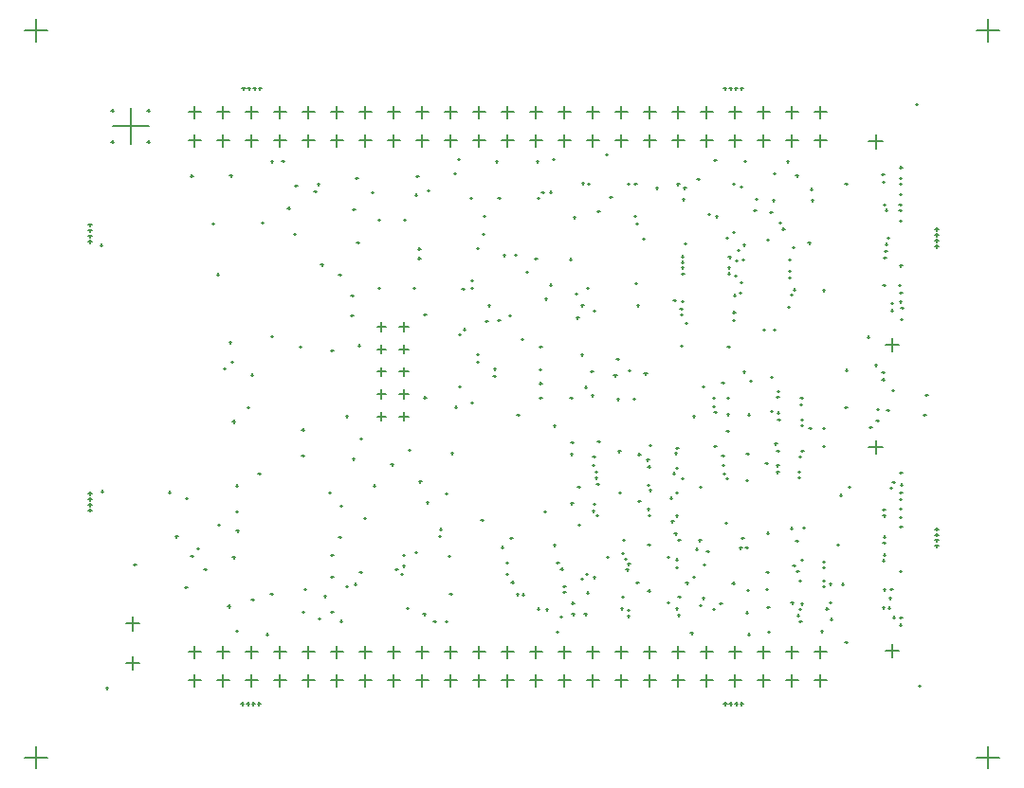
<source format=gbr>
%TF.GenerationSoftware,Altium Limited,Altium Designer,25.3.3 (18)*%
G04 Layer_Color=128*
%FSLAX45Y45*%
%MOMM*%
%TF.SameCoordinates,95E4F6BA-DA47-4B25-BB43-2529A7C35442*%
%TF.FilePolarity,Positive*%
%TF.FileFunction,Drillmap*%
%TF.Part,CustomerPanel*%
G01*
G75*
%TA.AperFunction,NonConductor*%
%ADD686C,0.12700*%
D686*
X966389Y5159417D02*
X996389D01*
X981389Y5144417D02*
Y5174417D01*
X966389Y5209417D02*
X996389D01*
X981389Y5194417D02*
Y5224417D01*
X966389Y5259417D02*
X996389D01*
X981389Y5244417D02*
Y5274417D01*
X966389Y5109417D02*
X996389D01*
X981389Y5094417D02*
Y5124416D01*
X966389Y2759417D02*
X996389D01*
X981389Y2744417D02*
Y2774417D01*
X966389Y2809417D02*
X996389D01*
X981389Y2794417D02*
Y2824416D01*
X966389Y2859417D02*
X996389D01*
X981389Y2844417D02*
Y2874417D01*
X966389Y2709416D02*
X996389D01*
X981389Y2694417D02*
Y2724416D01*
X2425583Y981389D02*
X2455583D01*
X2440583Y966389D02*
Y996389D01*
X2375583Y981389D02*
X2405583D01*
X2390583Y966389D02*
Y996389D01*
X2325583Y981389D02*
X2355583D01*
X2340583Y966389D02*
Y996389D01*
X2475583Y981389D02*
X2505583D01*
X2490583Y966389D02*
Y996389D01*
X6735583Y981389D02*
X6765583D01*
X6750583Y966389D02*
Y996389D01*
X6685583Y981389D02*
X6715583D01*
X6700583Y966389D02*
Y996389D01*
X6635583Y981389D02*
X6665583D01*
X6650583Y966389D02*
Y996389D01*
X6785583Y981389D02*
X6815583D01*
X6800583Y966389D02*
Y996389D01*
X8523611Y2490583D02*
X8553611D01*
X8538611Y2475583D02*
Y2505583D01*
X8523611Y2440583D02*
X8553611D01*
X8538611Y2425583D02*
Y2455583D01*
X8523611Y2390583D02*
X8553611D01*
X8538611Y2375583D02*
Y2405583D01*
X8523611Y2540583D02*
X8553611D01*
X8538611Y2525583D02*
Y2555583D01*
X8523611Y5170583D02*
X8553611D01*
X8538611Y5155583D02*
Y5185583D01*
X8523611Y5120583D02*
X8553611D01*
X8538611Y5105583D02*
Y5135583D01*
X8523611Y5070583D02*
X8553611D01*
X8538611Y5055583D02*
Y5085583D01*
X8523611Y5220583D02*
X8553611D01*
X8538611Y5205583D02*
Y5235583D01*
X6684417Y6478611D02*
X6714417D01*
X6699417Y6463611D02*
Y6493611D01*
X6734417Y6478611D02*
X6764416D01*
X6749417Y6463611D02*
Y6493611D01*
X6784417Y6478611D02*
X6814417D01*
X6799417Y6463611D02*
Y6493611D01*
X6634417Y6478611D02*
X6664416D01*
X6649416Y6463611D02*
Y6493611D01*
X2334417Y6478611D02*
X2364417D01*
X2349417Y6463611D02*
Y6493611D01*
X2484417Y6478611D02*
X2514417D01*
X2499417Y6463611D02*
Y6493611D01*
X2434417Y6478611D02*
X2464417D01*
X2449417Y6463611D02*
Y6493611D01*
X2384417Y6478611D02*
X2414417D01*
X2399417Y6463611D02*
Y6493611D01*
X8900000Y7000000D02*
X9100000D01*
X9000000Y6900000D02*
Y7100000D01*
X400000Y500000D02*
X600000D01*
X500000Y400000D02*
Y600000D01*
X400000Y7000000D02*
X600000D01*
X500000Y6900000D02*
Y7100000D01*
X8900000Y500000D02*
X9100000D01*
X9000000Y400000D02*
Y600000D01*
X7935400Y3275000D02*
X8055400D01*
X7995400Y3215000D02*
Y3335000D01*
X8085400Y1455000D02*
X8205400D01*
X8145400Y1395000D02*
Y1515000D01*
X7935400Y6005000D02*
X8055400D01*
X7995400Y5945000D02*
Y6065000D01*
X8085400Y4185000D02*
X8205400D01*
X8145400Y4125000D02*
Y4245000D01*
X1859400Y1190500D02*
X1969400D01*
X1914400Y1135500D02*
Y1245500D01*
X2113400Y1190500D02*
X2223400D01*
X2168400Y1135500D02*
Y1245500D01*
X2367400Y1190500D02*
X2477400D01*
X2422400Y1135500D02*
Y1245500D01*
X2621400Y1190500D02*
X2731400D01*
X2676400Y1135500D02*
Y1245500D01*
X2875400Y1190500D02*
X2985400D01*
X2930400Y1135500D02*
Y1245500D01*
X3129400Y1190500D02*
X3239400D01*
X3184400Y1135500D02*
Y1245500D01*
X3383400Y1190500D02*
X3493400D01*
X3438400Y1135500D02*
Y1245500D01*
X3637400Y1190500D02*
X3747400D01*
X3692400Y1135500D02*
Y1245500D01*
X3891400Y1190500D02*
X4001400D01*
X3946400Y1135500D02*
Y1245500D01*
X4145400Y1190500D02*
X4255400D01*
X4200400Y1135500D02*
Y1245500D01*
X4399400Y1190500D02*
X4509400D01*
X4454400Y1135500D02*
Y1245500D01*
X4653400Y1190500D02*
X4763400D01*
X4708400Y1135500D02*
Y1245500D01*
X4907400Y1190500D02*
X5017400D01*
X4962400Y1135500D02*
Y1245500D01*
X5161400Y1190500D02*
X5271400D01*
X5216400Y1135500D02*
Y1245500D01*
X5415400Y1190500D02*
X5525400D01*
X5470400Y1135500D02*
Y1245500D01*
X5669400Y1190500D02*
X5779400D01*
X5724400Y1135500D02*
Y1245500D01*
X5923400Y1190500D02*
X6033400D01*
X5978400Y1135500D02*
Y1245500D01*
X6177400Y1190500D02*
X6287400D01*
X6232400Y1135500D02*
Y1245500D01*
X6431400Y1190500D02*
X6541400D01*
X6486400Y1135500D02*
Y1245500D01*
X6685400Y1190500D02*
X6795400D01*
X6740400Y1135500D02*
Y1245500D01*
X6939400Y1190500D02*
X7049400D01*
X6994400Y1135500D02*
Y1245500D01*
X7193400Y1190500D02*
X7303400D01*
X7248400Y1135500D02*
Y1245500D01*
X7447400Y1190500D02*
X7557400D01*
X7502400Y1135500D02*
Y1245500D01*
X1859400Y1444500D02*
X1969400D01*
X1914400Y1389500D02*
Y1499500D01*
X2113400Y1444500D02*
X2223400D01*
X2168400Y1389500D02*
Y1499500D01*
X2367400Y1444500D02*
X2477400D01*
X2422400Y1389500D02*
Y1499500D01*
X2621400Y1444500D02*
X2731400D01*
X2676400Y1389500D02*
Y1499500D01*
X2875400Y1444500D02*
X2985400D01*
X2930400Y1389500D02*
Y1499500D01*
X3129400Y1444500D02*
X3239400D01*
X3184400Y1389500D02*
Y1499500D01*
X3383400Y1444500D02*
X3493400D01*
X3438400Y1389500D02*
Y1499500D01*
X3637400Y1444500D02*
X3747400D01*
X3692400Y1389500D02*
Y1499500D01*
X3891400Y1444500D02*
X4001400D01*
X3946400Y1389500D02*
Y1499500D01*
X4145400Y1444500D02*
X4255400D01*
X4200400Y1389500D02*
Y1499500D01*
X4399400Y1444500D02*
X4509400D01*
X4454400Y1389500D02*
Y1499500D01*
X4653400Y1444500D02*
X4763400D01*
X4708400Y1389500D02*
Y1499500D01*
X4907400Y1444500D02*
X5017400D01*
X4962400Y1389500D02*
Y1499500D01*
X5161400Y1444500D02*
X5271400D01*
X5216400Y1389500D02*
Y1499500D01*
X5415400Y1444500D02*
X5525400D01*
X5470400Y1389500D02*
Y1499500D01*
X5669400Y1444500D02*
X5779400D01*
X5724400Y1389500D02*
Y1499500D01*
X5923400Y1444500D02*
X6033400D01*
X5978400Y1389500D02*
Y1499500D01*
X6177400Y1444500D02*
X6287400D01*
X6232400Y1389500D02*
Y1499500D01*
X6431400Y1444500D02*
X6541400D01*
X6486400Y1389500D02*
Y1499500D01*
X6685400Y1444500D02*
X6795400D01*
X6740400Y1389500D02*
Y1499500D01*
X6939400Y1444500D02*
X7049400D01*
X6994400Y1389500D02*
Y1499500D01*
X7193400Y1444500D02*
X7303400D01*
X7248400Y1389500D02*
Y1499500D01*
X7447400Y1444500D02*
X7557400D01*
X7502400Y1389500D02*
Y1499500D01*
X1859400Y6016500D02*
X1969400D01*
X1914400Y5961500D02*
Y6071500D01*
X2113400Y6016500D02*
X2223400D01*
X2168400Y5961500D02*
Y6071500D01*
X2367400Y6016500D02*
X2477400D01*
X2422400Y5961500D02*
Y6071500D01*
X2621400Y6016500D02*
X2731400D01*
X2676400Y5961500D02*
Y6071500D01*
X2875400Y6016500D02*
X2985400D01*
X2930400Y5961500D02*
Y6071500D01*
X3129400Y6016500D02*
X3239400D01*
X3184400Y5961500D02*
Y6071500D01*
X3383400Y6016500D02*
X3493400D01*
X3438400Y5961500D02*
Y6071500D01*
X3637400Y6016500D02*
X3747400D01*
X3692400Y5961500D02*
Y6071500D01*
X3891400Y6016500D02*
X4001400D01*
X3946400Y5961500D02*
Y6071500D01*
X4145400Y6016500D02*
X4255400D01*
X4200400Y5961500D02*
Y6071500D01*
X4399400Y6016500D02*
X4509400D01*
X4454400Y5961500D02*
Y6071500D01*
X4653400Y6016500D02*
X4763400D01*
X4708400Y5961500D02*
Y6071500D01*
X4907400Y6016500D02*
X5017400D01*
X4962400Y5961500D02*
Y6071500D01*
X5161400Y6016500D02*
X5271400D01*
X5216400Y5961500D02*
Y6071500D01*
X5415400Y6016500D02*
X5525400D01*
X5470400Y5961500D02*
Y6071500D01*
X5669400Y6016500D02*
X5779400D01*
X5724400Y5961500D02*
Y6071500D01*
X5923400Y6016500D02*
X6033400D01*
X5978400Y5961500D02*
Y6071500D01*
X6177400Y6016500D02*
X6287400D01*
X6232400Y5961500D02*
Y6071500D01*
X6431400Y6016500D02*
X6541400D01*
X6486400Y5961500D02*
Y6071500D01*
X6685400Y6016500D02*
X6795400D01*
X6740400Y5961500D02*
Y6071500D01*
X6939400Y6016500D02*
X7049400D01*
X6994400Y5961500D02*
Y6071500D01*
X7193400Y6016500D02*
X7303400D01*
X7248400Y5961500D02*
Y6071500D01*
X7447400Y6016500D02*
X7557400D01*
X7502400Y5961500D02*
Y6071500D01*
X1859400Y6270500D02*
X1969400D01*
X1914400Y6215500D02*
Y6325500D01*
X2113400Y6270500D02*
X2223400D01*
X2168400Y6215500D02*
Y6325500D01*
X2367400Y6270500D02*
X2477400D01*
X2422400Y6215500D02*
Y6325500D01*
X2621400Y6270500D02*
X2731400D01*
X2676400Y6215500D02*
Y6325500D01*
X2875400Y6270500D02*
X2985400D01*
X2930400Y6215500D02*
Y6325500D01*
X3129400Y6270500D02*
X3239400D01*
X3184400Y6215500D02*
Y6325500D01*
X3383400Y6270500D02*
X3493400D01*
X3438400Y6215500D02*
Y6325500D01*
X3637400Y6270500D02*
X3747400D01*
X3692400Y6215500D02*
Y6325500D01*
X3891400Y6270500D02*
X4001400D01*
X3946400Y6215500D02*
Y6325500D01*
X4145400Y6270500D02*
X4255400D01*
X4200400Y6215500D02*
Y6325500D01*
X4399400Y6270500D02*
X4509400D01*
X4454400Y6215500D02*
Y6325500D01*
X4653400Y6270500D02*
X4763400D01*
X4708400Y6215500D02*
Y6325500D01*
X4907400Y6270500D02*
X5017400D01*
X4962400Y6215500D02*
Y6325500D01*
X5161400Y6270500D02*
X5271400D01*
X5216400Y6215500D02*
Y6325500D01*
X5415400Y6270500D02*
X5525400D01*
X5470400Y6215500D02*
Y6325500D01*
X5669400Y6270500D02*
X5779400D01*
X5724400Y6215500D02*
Y6325500D01*
X5923400Y6270500D02*
X6033400D01*
X5978400Y6215500D02*
Y6325500D01*
X6177400Y6270500D02*
X6287400D01*
X6232400Y6215500D02*
Y6325500D01*
X6431400Y6270500D02*
X6541400D01*
X6486400Y6215500D02*
Y6325500D01*
X6685400Y6270500D02*
X6795400D01*
X6740400Y6215500D02*
Y6325500D01*
X6939400Y6270500D02*
X7049400D01*
X6994400Y6215500D02*
Y6325500D01*
X7193400Y6270500D02*
X7303400D01*
X7248400Y6215500D02*
Y6325500D01*
X7447400Y6270500D02*
X7557400D01*
X7502400Y6215500D02*
Y6325500D01*
X3742400Y3548000D02*
X3822400D01*
X3782400Y3508000D02*
Y3588000D01*
X3742400Y3748000D02*
X3822400D01*
X3782400Y3708000D02*
Y3788000D01*
X3742400Y3948000D02*
X3822400D01*
X3782400Y3908000D02*
Y3988000D01*
X3742400Y4148000D02*
X3822400D01*
X3782400Y4108000D02*
Y4187999D01*
X3742400Y4348000D02*
X3822400D01*
X3782400Y4308000D02*
Y4388000D01*
X3542400Y3548000D02*
X3622400D01*
X3582400Y3508000D02*
Y3588000D01*
X3542400Y3748000D02*
X3622400D01*
X3582400Y3708000D02*
Y3788000D01*
X3542400Y3948000D02*
X3622400D01*
X3582400Y3908000D02*
Y3988000D01*
X3542400Y4148000D02*
X3622400D01*
X3582400Y4108000D02*
Y4187999D01*
X3542400Y4348000D02*
X3622400D01*
X3582400Y4308000D02*
Y4388000D01*
X1182900Y6143500D02*
X1502900D01*
X1342900Y5983500D02*
Y6303500D01*
X1302400Y1345000D02*
X1422400D01*
X1362400Y1285000D02*
Y1405000D01*
X1302400Y1695000D02*
X1422400D01*
X1362400Y1635000D02*
Y1755000D01*
X8352400Y6340000D02*
X8372400D01*
X8362400Y6330000D02*
Y6350000D01*
X8377834Y1138008D02*
X8397834D01*
X8387834Y1128008D02*
Y1148008D01*
X1122400Y1120000D02*
X1142400D01*
X1132400Y1110000D02*
Y1130000D01*
X1082400Y2880000D02*
X1102400D01*
X1092400Y2870000D02*
Y2890000D01*
X1072400Y5080000D02*
X1092400D01*
X1082400Y5070000D02*
Y5090000D01*
X1490400Y6283500D02*
X1515400D01*
X1502900Y6271000D02*
Y6296000D01*
X1490400Y6003500D02*
X1515400D01*
X1502900Y5991000D02*
Y6016000D01*
X1170400Y6003500D02*
X1195400D01*
X1182900Y5991000D02*
Y6016000D01*
X1170400Y6283500D02*
X1195400D01*
X1182900Y6271000D02*
Y6296000D01*
X7113329Y3241556D02*
X7133329D01*
X7123329Y3231556D02*
Y3251556D01*
X7094560Y3303605D02*
X7114560D01*
X7104560Y3293605D02*
Y3313605D01*
X7022400Y5130000D02*
X7042400D01*
X7032400Y5120000D02*
Y5140000D01*
X7133504Y5282825D02*
X7153504D01*
X7143504Y5272825D02*
Y5292825D01*
X5117430Y2398108D02*
X5137430D01*
X5127430Y2388108D02*
Y2408108D01*
X8066493Y5442446D02*
X8086493D01*
X8076493Y5432446D02*
Y5452446D01*
X8081169Y5394648D02*
X8101169D01*
X8091169Y5384648D02*
Y5404648D01*
X8083555Y5088846D02*
X8103555D01*
X8093555Y5078846D02*
Y5098846D01*
X7207400Y4525000D02*
X7227400D01*
X7217400Y4515000D02*
Y4535000D01*
X6786322Y4746037D02*
X6806322D01*
X6796322Y4736037D02*
Y4756037D01*
X6991688Y4325269D02*
X7011688D01*
X7001688Y4315269D02*
Y4335269D01*
X6719627Y4410935D02*
X6739627D01*
X6729627Y4400935D02*
Y4420935D01*
X7250539Y5058678D02*
X7270539D01*
X7260539Y5048678D02*
Y5068678D01*
X7393056Y5099404D02*
X7413056D01*
X7403056Y5089404D02*
Y5109404D01*
X7162400Y5224024D02*
X7182400D01*
X7172400Y5214024D02*
Y5234024D01*
X7216631Y4790014D02*
X7236631D01*
X7226631Y4780014D02*
Y4800014D01*
X6804071Y4949987D02*
X6824071D01*
X6814071Y4939987D02*
Y4959987D01*
X7234827Y4638596D02*
X7254827D01*
X7244827Y4628596D02*
Y4648596D01*
X6660710Y5147500D02*
X6680710D01*
X6670710Y5137500D02*
Y5157500D01*
X6681150Y4972500D02*
X6701150D01*
X6691150Y4962500D02*
Y4982500D01*
X5917303Y5135789D02*
X5937303D01*
X5927303Y5125789D02*
Y5145789D01*
X6288125Y5094467D02*
X6308125D01*
X6298125Y5084467D02*
Y5104467D01*
X6191019Y4585892D02*
X6211019D01*
X6201019Y4575892D02*
Y4595892D01*
X6496625Y5358044D02*
X6516625D01*
X6506625Y5348044D02*
Y5368044D01*
X6760889Y5034141D02*
X6780889D01*
X6770889Y5024141D02*
Y5044141D01*
X6810826Y5082159D02*
X6830826D01*
X6820826Y5072159D02*
Y5092159D01*
X6746915Y4941800D02*
X6766915D01*
X6756915Y4931800D02*
Y4951800D01*
X6263201Y4979282D02*
X6283201D01*
X6273201Y4969282D02*
Y4989282D01*
X6261832Y4928233D02*
X6281832D01*
X6271832Y4918233D02*
Y4938233D01*
X6261552Y4878234D02*
X6281552D01*
X6271552Y4868234D02*
Y4888234D01*
X6265051Y4820726D02*
X6285051D01*
X6275051Y4810726D02*
Y4830726D01*
X6262768Y4579410D02*
X6282768D01*
X6272768Y4569410D02*
Y4589410D01*
X6676582Y4826477D02*
X6696581D01*
X6686581Y4816477D02*
Y4836477D01*
X7220145Y4949908D02*
X7240145D01*
X7230145Y4939908D02*
Y4959908D01*
X7217509Y4847507D02*
X7237509D01*
X7227509Y4837507D02*
Y4857507D01*
X7261144Y4682242D02*
X7281144D01*
X7271144Y4672242D02*
Y4692242D01*
X6675313Y4878659D02*
X6695313D01*
X6685313Y4868659D02*
Y4888659D01*
X6778829Y4655646D02*
X6798829D01*
X6788829Y4645646D02*
Y4665645D01*
X6733931Y4804879D02*
X6753931D01*
X6743931Y4794879D02*
Y4814879D01*
X6729900Y4632472D02*
X6749900D01*
X6739900Y4622472D02*
Y4642472D01*
X6249472Y4510077D02*
X6269472D01*
X6259472Y4500077D02*
Y4520077D01*
X6252312Y4458244D02*
X6272312D01*
X6262312Y4448244D02*
Y4468244D01*
X6297515Y4380763D02*
X6317515D01*
X6307515Y4370763D02*
Y4390763D01*
X6722792Y4479013D02*
X6742792D01*
X6732792Y4469013D02*
Y4489013D01*
X5182984Y2184630D02*
X5202984D01*
X5192984Y2174630D02*
Y2194630D01*
X5206395Y2030168D02*
X5226395D01*
X5216395Y2020168D02*
Y2040168D01*
X5206407Y1980169D02*
X5226407D01*
X5216407Y1970169D02*
Y1990168D01*
X5414659Y1972754D02*
X5434659D01*
X5424659Y1962754D02*
Y1982754D01*
X5408709Y2139368D02*
X5428709D01*
X5418709Y2129368D02*
Y2149368D01*
X5365539Y2097360D02*
X5385539D01*
X5375539Y2087360D02*
Y2107360D01*
X5147476Y2241599D02*
X5167476D01*
X5157476Y2231599D02*
Y2251599D01*
X6363386Y2111819D02*
X6383386D01*
X6373386Y2101819D02*
Y2121819D01*
X6230748Y2443955D02*
X6250747D01*
X6240747Y2433956D02*
Y2453955D01*
X6215077Y3267500D02*
X6235077D01*
X6225077Y3257500D02*
Y3277500D01*
X6201718Y3219318D02*
X6221718D01*
X6211718Y3209318D02*
Y3229318D01*
X6211716Y1830684D02*
X6231716D01*
X6221716Y1820684D02*
Y1840684D01*
X6199498Y2500277D02*
X6219498D01*
X6209498Y2490277D02*
Y2510277D01*
X6417240Y2440914D02*
X6437240D01*
X6427240Y2430914D02*
Y2450914D01*
X6391412Y2363380D02*
X6411412D01*
X6401412Y2353380D02*
Y2373380D01*
X6212400Y2200000D02*
X6232400D01*
X6222400Y2190000D02*
Y2210000D01*
X6230475Y1772333D02*
X6250475D01*
X6240475Y1762333D02*
Y1782333D01*
X6232626Y1938720D02*
X6252626D01*
X6242626Y1928720D02*
Y1948720D01*
X6300369Y2060192D02*
X6320369D01*
X6310369Y2050192D02*
Y2070192D01*
X6212400Y2270000D02*
X6232400D01*
X6222400Y2260000D02*
Y2280000D01*
X6212400Y2660000D02*
X6232400D01*
X6222400Y2650000D02*
Y2670000D01*
X5958916Y2719997D02*
X5978916D01*
X5968916Y2709997D02*
Y2729997D01*
X5964232Y2666353D02*
X5984232D01*
X5974232Y2656353D02*
Y2676353D01*
X5974129Y2889729D02*
X5994129D01*
X5984129Y2879729D02*
Y2899729D01*
X5954717Y2936769D02*
X5974717D01*
X5964717Y2926769D02*
Y2946769D01*
X6162400Y2820000D02*
X6182400D01*
X6172400Y2810000D02*
Y2830000D01*
X5952041Y3160608D02*
X5972041D01*
X5962041Y3150608D02*
Y3170608D01*
X5972388Y3289995D02*
X5992388D01*
X5982388Y3279995D02*
Y3299995D01*
X5962400Y3100000D02*
X5982400D01*
X5972400Y3090000D02*
Y3110000D01*
X6212400Y3090000D02*
X6232400D01*
X6222400Y3080000D02*
Y3100000D01*
X6184012Y3039769D02*
X6204011D01*
X6194011Y3029769D02*
Y3049769D01*
X7296761Y1770318D02*
X7316761D01*
X7306761Y1760318D02*
Y1780318D01*
X7505586Y1627402D02*
X7525586D01*
X7515586Y1617402D02*
Y1637402D01*
X7315610Y1715847D02*
X7335610D01*
X7325610Y1705847D02*
Y1725847D01*
X7582439Y1884245D02*
X7602439D01*
X7592439Y1874245D02*
Y1894245D01*
X7327170Y1873355D02*
X7347170D01*
X7337170Y1863355D02*
Y1883355D01*
X7309573Y1823379D02*
X7329573D01*
X7319573Y1813379D02*
Y1833379D01*
X7240173Y1881230D02*
X7260173D01*
X7250173Y1871230D02*
Y1891230D01*
X7552400Y1830000D02*
X7572400D01*
X7562400Y1820000D02*
Y1840000D01*
X7522400Y2030000D02*
X7542400D01*
X7532400Y2020000D02*
Y2040000D01*
X7522400Y2080000D02*
X7542400D01*
X7532400Y2070000D02*
Y2090000D01*
X7283021Y2435631D02*
X7303021D01*
X7293021Y2425631D02*
Y2445631D01*
X7331173Y2264965D02*
X7351173D01*
X7341173Y2254965D02*
Y2274965D01*
X7257418Y2213176D02*
X7277417D01*
X7267418Y2203176D02*
Y2223176D01*
X7521961Y2200332D02*
X7541961D01*
X7531961Y2190332D02*
Y2210332D01*
X7522961Y2250322D02*
X7542961D01*
X7532961Y2240322D02*
Y2260322D01*
X7312400Y2080000D02*
X7332400D01*
X7322400Y2070000D02*
Y2090000D01*
X7311512Y3191143D02*
X7331512D01*
X7321512Y3181143D02*
Y3201143D01*
X7331339Y3238790D02*
X7351339D01*
X7341339Y3228790D02*
Y3248790D01*
X7304763Y3054452D02*
X7324763D01*
X7314763Y3044452D02*
Y3064452D01*
X7302695Y3003702D02*
X7322695D01*
X7312695Y2993702D02*
Y3013702D01*
X7112400Y3110000D02*
X7132400D01*
X7122400Y3100000D02*
Y3120000D01*
X7112400Y3050000D02*
X7132400D01*
X7122400Y3040000D02*
Y3060000D01*
X7122386Y3519995D02*
X7142386D01*
X7132386Y3509995D02*
Y3529995D01*
X7117499Y3582718D02*
X7137499D01*
X7127499Y3572718D02*
Y3592718D01*
X7327407Y3518799D02*
X7347407D01*
X7337407Y3508799D02*
Y3528799D01*
X7328322Y3466946D02*
X7348322D01*
X7338322Y3456946D02*
Y3476946D01*
X7055475Y3593718D02*
X7075475D01*
X7065475Y3583718D02*
Y3603718D01*
X7318331Y3654781D02*
X7338331D01*
X7328331Y3644781D02*
Y3664781D01*
X7325004Y3712784D02*
X7345004D01*
X7335004Y3702784D02*
Y3722784D01*
X7118654Y3770894D02*
X7138653D01*
X7128654Y3760894D02*
Y3780894D01*
X7112400Y3720000D02*
X7132400D01*
X7122400Y3710000D02*
Y3730000D01*
X7524151Y4676000D02*
X7544151D01*
X7534151Y4666000D02*
Y4686000D01*
X7082400Y4325000D02*
X7102400D01*
X7092400Y4315000D02*
Y4335000D01*
X8141195Y3781968D02*
X8161195D01*
X8151195Y3771968D02*
Y3791968D01*
X6673630Y4169430D02*
X6693629D01*
X6683630Y4159430D02*
Y4179430D01*
X5473265Y4493580D02*
X5493265D01*
X5483265Y4483580D02*
Y4503580D01*
X5785335Y3959168D02*
X5805335D01*
X5795335Y3949168D02*
Y3969168D01*
X2253067Y2287523D02*
X2273067D01*
X2263067Y2277524D02*
Y2297523D01*
X8441585Y3737375D02*
X8461585D01*
X8451585Y3727375D02*
Y3747375D01*
X8424900Y3559739D02*
X8444900D01*
X8434900Y3549739D02*
Y3569739D01*
X5512365Y5382866D02*
X5532365D01*
X5522365Y5372866D02*
Y5392866D01*
X5311590Y4644282D02*
X5331590D01*
X5321590Y4634282D02*
Y4654282D01*
X5415587Y4694652D02*
X5435587D01*
X5425587Y4684652D02*
Y4704652D01*
X6781861Y2373397D02*
X6801861D01*
X6791861Y2363397D02*
Y2383397D01*
X4471895Y2619981D02*
X4491894D01*
X4481895Y2609981D02*
Y2629981D01*
X4382400Y3670000D02*
X4402400D01*
X4392400Y3660000D02*
Y3680000D01*
X2222400Y4210000D02*
X2242400D01*
X2232400Y4200000D02*
Y4220000D01*
X8208772Y1684779D02*
X8228772D01*
X8218772Y1674779D02*
Y1694779D01*
X3822400Y3250000D02*
X3842400D01*
X3832400Y3240000D02*
Y3260000D01*
X3667491Y3117655D02*
X3687490D01*
X3677490Y3107655D02*
Y3127655D01*
X3880848Y2334383D02*
X3900848D01*
X3890848Y2324383D02*
Y2344383D01*
X3981813Y2779007D02*
X4001813D01*
X3991813Y2769007D02*
Y2789007D01*
X4963911Y5826774D02*
X4983911D01*
X4973911Y5816774D02*
Y5836774D01*
X4603607Y5827546D02*
X4623607D01*
X4613607Y5817546D02*
Y5837546D01*
X5841454Y5625903D02*
X5861454D01*
X5851454Y5615903D02*
Y5635903D01*
X6456357Y2223066D02*
X6476357D01*
X6466357Y2213066D02*
Y2233066D01*
X3312400Y4630000D02*
X3332400D01*
X3322400Y4620000D02*
Y4640000D01*
X2872400Y3200000D02*
X2892400D01*
X2882400Y3190000D02*
Y3210000D01*
X2872400Y3430000D02*
X2892400D01*
X2882400Y3420000D02*
Y3440000D01*
X2282400Y2930000D02*
X2302400D01*
X2292400Y2920000D02*
Y2940000D01*
X2282400Y2700000D02*
X2302400D01*
X2292400Y2690000D02*
Y2710000D01*
X3426638Y2637718D02*
X3446638D01*
X3436638Y2627718D02*
Y2647718D01*
X6854059Y3564787D02*
X6874059D01*
X6864059Y3554787D02*
Y3574787D01*
X6447114Y1923815D02*
X6467114D01*
X6457114Y1913815D02*
Y1933815D01*
X5456681Y3736198D02*
X5476681D01*
X5466681Y3726198D02*
Y3746198D01*
X5118526Y3465041D02*
X5138526D01*
X5128526Y3455041D02*
Y3475041D01*
X4179054Y2298722D02*
X4199054D01*
X4189054Y2288722D02*
Y2308722D01*
X4092400Y2480000D02*
X4112400D01*
X4102400Y2470000D02*
Y2490000D01*
Y2540000D02*
X4122400D01*
X4112400Y2530000D02*
Y2550000D01*
X4202400Y3220000D02*
X4222400D01*
X4212400Y3210000D02*
Y3230000D01*
X5263899Y4954002D02*
X5283899D01*
X5273899Y4944002D02*
Y4964002D01*
X5273482Y3210489D02*
X5293482D01*
X5283482Y3200489D02*
Y3220489D01*
X5273888Y2770850D02*
X5293888D01*
X5283888Y2760850D02*
Y2780850D01*
X5267709Y3711469D02*
X5287709D01*
X5277709Y3701469D02*
Y3721469D01*
X4237202Y3633202D02*
X4257202D01*
X4247202Y3623202D02*
Y3643202D01*
X5032400Y2700000D02*
X5052400D01*
X5042400Y2690000D02*
Y2710000D01*
X5336122Y2916669D02*
X5356122D01*
X5346122Y2906669D02*
Y2926669D01*
X5505161Y2943620D02*
X5525161D01*
X5515161Y2933620D02*
Y2953620D01*
X4622400Y4410000D02*
X4642400D01*
X4632400Y4400000D02*
Y4420000D01*
X4722400Y4450000D02*
X4742400D01*
X4732400Y4440000D02*
Y4460000D01*
X4832400Y4240000D02*
X4852400D01*
X4842400Y4230000D02*
Y4250000D01*
X4839187Y1956458D02*
X4859187D01*
X4849187Y1946458D02*
Y1966458D01*
X4316497Y4326817D02*
X4336497D01*
X4326497Y4316817D02*
Y4336817D01*
X3011876Y5624019D02*
X3031876D01*
X3021876Y5614019D02*
Y5634019D01*
X2800166Y5177072D02*
X2820166D01*
X2810166Y5167072D02*
Y5187072D01*
X2982400Y5560000D02*
X3002400D01*
X2992400Y5550000D02*
Y5570000D01*
X3132394Y4139994D02*
X3152393D01*
X3142394Y4129994D02*
Y4149994D01*
X2852400Y4170001D02*
X2872400D01*
X2862400Y4160001D02*
Y4180001D01*
X2810764Y5609819D02*
X2830764D01*
X2820764Y5599819D02*
Y5619819D01*
X3264900Y3550000D02*
X3284900D01*
X3274900Y3540000D02*
Y3560000D01*
X3961977Y4458928D02*
X3981977D01*
X3971977Y4448928D02*
Y4468928D01*
X3372275Y4182500D02*
X3392275D01*
X3382275Y4172500D02*
Y4192500D01*
X3962399Y3717500D02*
X3982399D01*
X3972399Y3707500D02*
Y3727500D01*
X3392400Y3350000D02*
X3412400D01*
X3402400Y3340000D02*
Y3360000D01*
X2482679Y3037934D02*
X2502679D01*
X2492679Y3027934D02*
Y3047934D01*
X3326260Y3169371D02*
X3346260D01*
X3336260Y3159371D02*
Y3179371D01*
X3920513Y2964887D02*
X3940513D01*
X3930513Y2954887D02*
Y2974887D01*
X3111978Y2866066D02*
X3131978D01*
X3121978Y2856066D02*
Y2876066D01*
X3772747Y2212274D02*
X3792747D01*
X3782747Y2202274D02*
Y2222274D01*
X3262400Y2030000D02*
X3282400D01*
X3272400Y2020000D02*
Y2040000D01*
X2594476Y4263632D02*
X2614476D01*
X2604476Y4253632D02*
Y4273632D01*
X7289679Y2163852D02*
X7309679D01*
X7299679Y2153852D02*
Y2173852D01*
X8097947Y5147272D02*
X8117947D01*
X8107947Y5137272D02*
Y5157272D01*
X8068410Y4966066D02*
X8088410D01*
X8078410Y4956066D02*
Y4976066D01*
X8077623Y5024776D02*
X8097623D01*
X8087623Y5014776D02*
Y5034776D01*
X6834754Y2377731D02*
X6854754D01*
X6844754Y2367731D02*
Y2387731D01*
X7652400Y2400000D02*
X7672400D01*
X7662400Y2390000D02*
Y2410000D01*
X6798287Y2458315D02*
X6818287D01*
X6808287Y2448315D02*
Y2468315D01*
X7676698Y2845702D02*
X7696698D01*
X7686698Y2835702D02*
Y2855702D01*
X6665148Y3418006D02*
X6685148D01*
X6675148Y3408006D02*
Y3428006D01*
X6210442Y2867057D02*
X6230442D01*
X6220442Y2857057D02*
Y2877057D01*
X6422767Y2920716D02*
X6442767D01*
X6432767Y2910716D02*
Y2930716D01*
X6264272Y2995772D02*
X6284272D01*
X6274272Y2985772D02*
Y3005771D01*
X6362400Y3550000D02*
X6382400D01*
X6372400Y3540000D02*
Y3560000D01*
X6172400Y2610000D02*
X6192400D01*
X6182400Y2600000D02*
Y2620000D01*
X6422400Y1860000D02*
X6442400D01*
X6432400Y1850000D02*
Y1870000D01*
X6540493Y1828380D02*
X6560493D01*
X6550493Y1818380D02*
Y1838380D01*
X5282400Y1880000D02*
X5302400D01*
X5292400Y1870000D02*
Y1890000D01*
X6342271Y1611394D02*
X6362271D01*
X6352271Y1601394D02*
Y1621394D01*
X6854010Y1601044D02*
X6874010D01*
X6864010Y1591044D02*
Y1611044D01*
X7031478Y1624207D02*
X7051478D01*
X7041478Y1614207D02*
Y1634207D01*
X8095937Y3606359D02*
X8115937D01*
X8105937Y3596359D02*
Y3616359D01*
X7989949Y4006671D02*
X8009949D01*
X7999949Y3996671D02*
Y4016671D01*
X7590162Y1736535D02*
X7610162D01*
X7600162Y1726535D02*
Y1746535D01*
X3132097Y2115924D02*
X3152097D01*
X3142097Y2105924D02*
Y2125924D01*
X6812400Y3947500D02*
X6832400D01*
X6822400Y3937500D02*
Y3957500D01*
X7725318Y3962686D02*
X7745318D01*
X7735318Y3952686D02*
Y3972686D01*
X8053822Y3878978D02*
X8073822D01*
X8063822Y3868978D02*
Y3888977D01*
X8053630Y3945003D02*
X8073630D01*
X8063630Y3935003D02*
Y3955003D01*
X7722178Y3631825D02*
X7742178D01*
X7732178Y3621825D02*
Y3641825D01*
X7752400Y2920000D02*
X7772400D01*
X7762400Y2910000D02*
Y2930000D01*
X7522400Y3280000D02*
X7542400D01*
X7532400Y3270000D02*
Y3290000D01*
X7522400Y3445000D02*
X7542400D01*
X7532400Y3435000D02*
Y3455000D01*
X7401513Y3444793D02*
X7421512D01*
X7411512Y3434793D02*
Y3454793D01*
X8003439Y3610196D02*
X8023439D01*
X8013439Y3600196D02*
Y3620196D01*
X7942400Y3450000D02*
X7962400D01*
X7952400Y3440000D02*
Y3460000D01*
X8002400Y3510000D02*
X8022400D01*
X8012400Y3500000D02*
Y3520000D01*
X8212807Y3047135D02*
X8232807D01*
X8222807Y3037135D02*
Y3057135D01*
X8146477Y2960350D02*
X8166477D01*
X8156477Y2950350D02*
Y2970350D01*
X8123391Y2910622D02*
X8143391D01*
X8133391Y2900622D02*
Y2920622D01*
X8216344Y2938175D02*
X8236344D01*
X8226344Y2928175D02*
Y2948175D01*
X8213306Y2869523D02*
X8233306D01*
X8223306Y2859523D02*
Y2879523D01*
X4372400Y5500000D02*
X4392400D01*
X4382400Y5490000D02*
Y5510000D01*
X4973747Y5503003D02*
X4993747D01*
X4983747Y5493003D02*
Y5513003D01*
X4623747Y5503003D02*
X4643747D01*
X4633747Y5493003D02*
Y5513003D01*
X4793747Y3563003D02*
X4813747D01*
X4803747Y3553003D02*
Y3573003D01*
X6603897Y1875833D02*
X6623897D01*
X6613897Y1865833D02*
Y1885833D01*
X5501245Y2664897D02*
X5521245D01*
X5511245Y2654897D02*
Y2674897D01*
X5464489Y2702985D02*
X5484489D01*
X5474489Y2692985D02*
Y2712985D01*
X5513628Y3324889D02*
X5533627D01*
X5523628Y3314889D02*
Y3334889D01*
X5697660Y3235833D02*
X5717660D01*
X5707660Y3225833D02*
Y3245833D01*
X5492400Y3000000D02*
X5512400D01*
X5502400Y2990000D02*
Y3010000D01*
X5491686Y3054045D02*
X5511686D01*
X5501686Y3044045D02*
Y3064045D01*
X5854766Y5273059D02*
X5874766D01*
X5864766Y5263059D02*
Y5283059D01*
X8055085Y5642287D02*
X8075085D01*
X8065085Y5632287D02*
Y5652287D01*
X5862951Y4539929D02*
X5882951D01*
X5872951Y4529929D02*
Y4549929D01*
X5832445Y3706612D02*
X5852445D01*
X5842445Y3696612D02*
Y3716612D01*
X6446196Y3813468D02*
X6466196D01*
X6456196Y3803468D02*
Y3823468D01*
X7058189Y3899534D02*
X7078189D01*
X7068189Y3889535D02*
Y3909534D01*
X6666772Y3714635D02*
X6686771D01*
X6676772Y3704635D02*
Y3724635D01*
X6252400Y4180000D02*
X6272400D01*
X6262400Y4170000D02*
Y4190000D01*
X6821495Y5828738D02*
X6841495D01*
X6831495Y5818738D02*
Y5838738D01*
X7201664Y5827195D02*
X7221664D01*
X7211664Y5817195D02*
Y5837195D01*
X7722400Y5630000D02*
X7742400D01*
X7732400Y5620000D02*
Y5640000D01*
X6660056Y2992762D02*
X6680056D01*
X6670056Y2982762D02*
Y3002762D01*
X6552400Y3280001D02*
X6572400D01*
X6562400Y3270001D02*
Y3290001D01*
X5858760Y2060716D02*
X5878760D01*
X5868760Y2050716D02*
Y2070716D01*
X5780997Y1763530D02*
X5800997D01*
X5790997Y1753530D02*
Y1773530D01*
X7343572Y2554359D02*
X7363572D01*
X7353572Y2544359D02*
Y2564359D01*
X6650695Y2595644D02*
X6670695D01*
X6660695Y2585644D02*
Y2605644D01*
X7236607Y2548600D02*
X7256607D01*
X7246607Y2538600D02*
Y2558600D01*
X6843383Y1993664D02*
X6863383D01*
X6853383Y1983664D02*
Y2003664D01*
X6715836Y2057734D02*
X6735836D01*
X6725836Y2047734D02*
Y2067733D01*
X7692400Y2050000D02*
X7712400D01*
X7702400Y2040000D02*
Y2060000D01*
X5766731Y2178451D02*
X5786731D01*
X5776731Y2168451D02*
Y2188451D01*
X5783106Y2229467D02*
X5803106D01*
X5793106Y2219467D02*
Y2239467D01*
X5752874Y2275444D02*
X5772874D01*
X5762874Y2265444D02*
Y2285444D01*
X5734753Y2446317D02*
X5754753D01*
X5744753Y2436317D02*
Y2456317D01*
X5592400Y2290000D02*
X5612400D01*
X5602400Y2280000D02*
Y2300000D01*
X4696140Y2240134D02*
X4716140D01*
X4706140Y2230134D02*
Y2250134D01*
X4694817Y2140418D02*
X4714817D01*
X4704817Y2130418D02*
Y2150418D01*
X4742896Y2065889D02*
X4762896D01*
X4752896Y2055889D02*
Y2075889D01*
X4789230Y1958541D02*
X4809230D01*
X4799230Y1948541D02*
Y1968541D01*
X5179934Y1757266D02*
X5199934D01*
X5189934Y1747266D02*
Y1767266D01*
X3388075Y2155029D02*
X3408075D01*
X3398075Y2145029D02*
Y2165029D01*
X2552932Y1600491D02*
X2572932D01*
X2562932Y1590491D02*
Y1610491D01*
X6543072Y3714062D02*
X6563072D01*
X6553072Y3704062D02*
Y3724062D01*
X4732400Y2460000D02*
X4752400D01*
X4742400Y2450000D02*
Y2470000D01*
X5340570Y2578802D02*
X5360570D01*
X5350570Y2568802D02*
Y2588802D01*
X5844625Y4738184D02*
X5864625D01*
X5854625Y4728184D02*
Y4748184D01*
X7922400Y4260000D02*
X7942400D01*
X7932400Y4250000D02*
Y4270000D01*
X7722400Y1530000D02*
X7742400D01*
X7732400Y1520000D02*
Y1540000D01*
X7014346Y2005659D02*
X7034346D01*
X7024346Y1995659D02*
Y2015659D01*
X4652400Y2380000D02*
X4672400D01*
X4662400Y2370000D02*
Y2390000D01*
X3215713Y1718731D02*
X3235713D01*
X3225713Y1708731D02*
Y1728731D01*
X4191900Y1959500D02*
X4211900D01*
X4201900Y1949500D02*
Y1969500D01*
X3773747Y2308653D02*
X3793747D01*
X3783747Y2298653D02*
Y2318653D01*
X3132739Y1800579D02*
X3152739D01*
X3142739Y1790579D02*
Y1810579D01*
X3342400Y2050000D02*
X3362400D01*
X3352400Y2040000D02*
Y2060000D01*
X3071247Y1941388D02*
X3091247D01*
X3081247Y1931388D02*
Y1951388D01*
X2206969Y1850000D02*
X2236969D01*
X2221969Y1835000D02*
Y1865000D01*
X1999480Y2183054D02*
X2019480D01*
X2009480Y2173054D02*
Y2193054D01*
X1832400Y2817392D02*
X1852400D01*
X1842400Y2807392D02*
Y2827392D01*
X5472122Y2768096D02*
X5492122D01*
X5482122Y2758096D02*
Y2778096D01*
X5470332Y3191787D02*
X5490332D01*
X5480332Y3181787D02*
Y3201787D01*
X5719736Y1830870D02*
X5739736D01*
X5729736Y1820870D02*
Y1840870D01*
X5726727Y1935673D02*
X5746727D01*
X5736727Y1925673D02*
Y1945673D01*
X5727400Y2325000D02*
X5747399D01*
X5737399Y2315000D02*
Y2335000D01*
X5875146Y2790909D02*
X5895146D01*
X5885146Y2780909D02*
Y2800909D01*
X5875146Y3210001D02*
X5895146D01*
X5885146Y3200001D02*
Y3220001D01*
X6835899Y1795281D02*
X6855899D01*
X6845899Y1785281D02*
Y1805281D01*
X6622400Y3200000D02*
X6642400D01*
X6632400Y3190000D02*
Y3210000D01*
X6669900Y3566485D02*
X6689900D01*
X6679900Y3556485D02*
Y3576485D01*
X6622400Y3850000D02*
X6642400D01*
X6632400Y3840000D02*
Y3860000D01*
X6542400Y3640000D02*
X6562400D01*
X6552400Y3630000D02*
Y3650000D01*
X6554871Y3585249D02*
X6574871D01*
X6564871Y3575249D02*
Y3595249D01*
X7282400Y5700000D02*
X7302400D01*
X7292400Y5690000D02*
Y5710000D01*
X6785416Y5603016D02*
X6805416D01*
X6795416Y5593016D02*
Y5613016D01*
X5276061Y3315116D02*
X5296061D01*
X5286061Y3305116D02*
Y3325116D01*
X4994733Y3713076D02*
X5014733D01*
X5004733Y3703076D02*
Y3723076D01*
X2415968Y3919950D02*
X2435968D01*
X2425968Y3909950D02*
Y3929950D01*
X5687297Y3701733D02*
X5707297D01*
X5697297Y3691733D02*
Y3711733D01*
X6132400Y2290000D02*
X6152400D01*
X6142400Y2280000D02*
Y2300000D01*
X6132400Y1887379D02*
X6152400D01*
X6142400Y1877379D02*
Y1897379D01*
X5703696Y2867204D02*
X5723696D01*
X5713696Y2857204D02*
Y2877204D01*
X5961673Y2402302D02*
X5981673D01*
X5971673Y2392302D02*
Y2412302D01*
X5962400Y1990000D02*
X5982400D01*
X5972400Y1980000D02*
Y2000000D01*
X5467227Y3111606D02*
X5487227D01*
X5477227Y3101606D02*
Y3121606D01*
X5927400Y3930000D02*
X5957400D01*
X5942400Y3915000D02*
Y3945000D01*
X7019900Y2156486D02*
X7039900D01*
X7029900Y2146486D02*
Y2166486D01*
X7024758Y2507069D02*
X7044758D01*
X7034758Y2497069D02*
Y2517069D01*
X7026877Y1845000D02*
X7046877D01*
X7036877Y1835000D02*
Y1855000D01*
X6487400Y2340370D02*
X6507400D01*
X6497400Y2330370D02*
Y2350370D01*
X7012400Y3130000D02*
X7032400D01*
X7022400Y3120000D02*
Y3140000D01*
X6873324Y3869064D02*
X6893324D01*
X6883324Y3859064D02*
Y3879064D01*
X6842400Y3213213D02*
X6862400D01*
X6852400Y3203213D02*
Y3223213D01*
X8062400Y2660000D02*
X8082400D01*
X8072400Y2650000D02*
Y2670000D01*
X5476279Y2110165D02*
X5496279D01*
X5486279Y2100165D02*
Y2120165D01*
X7579900Y2050496D02*
X7599900D01*
X7589900Y2040496D02*
Y2060495D01*
X8222783Y4520454D02*
X8242783D01*
X8232783Y4510454D02*
Y4530454D01*
X4433039Y5052602D02*
X4453039D01*
X4443039Y5042602D02*
Y5062602D01*
X5452400Y3950000D02*
X5472400D01*
X5462400Y3940000D02*
Y3960000D01*
X5362400Y4100000D02*
X5382400D01*
X5372400Y4090000D02*
Y4110000D01*
X4512452Y4398326D02*
X4532452D01*
X4522452Y4388326D02*
Y4408326D01*
X5399872Y3810000D02*
X5419872D01*
X5409872Y3800000D02*
Y3820000D01*
X4772400Y4990000D02*
X4792400D01*
X4782400Y4980000D02*
Y5000000D01*
X4672400Y4989014D02*
X4692400D01*
X4682400Y4979014D02*
Y4999014D01*
X5367472Y4540833D02*
X5387472D01*
X5377472Y4530833D02*
Y4550833D01*
X4431161Y4037421D02*
X4451161D01*
X4441161Y4027421D02*
Y4047421D01*
X4271947Y4283233D02*
X4291947D01*
X4281947Y4273233D02*
Y4293233D01*
X4048270Y1718223D02*
X4068270D01*
X4058270Y1708223D02*
Y1728223D01*
X2422832Y1910944D02*
X2442832D01*
X2432832Y1900944D02*
Y1920944D01*
X3202400Y2470000D02*
X3222400D01*
X3212400Y2460000D02*
Y2480000D01*
X3212780Y2746653D02*
X3232780D01*
X3222780Y2736653D02*
Y2756653D01*
X2114223Y4817545D02*
X2134223D01*
X2124223Y4807545D02*
Y4827545D01*
X3041290Y4903603D02*
X3061290D01*
X3051290Y4893603D02*
Y4913603D01*
X3362400Y5100000D02*
X3382400D01*
X3372400Y5090000D02*
Y5110000D01*
X2249248Y3502839D02*
X2279248D01*
X2264248Y3487839D02*
Y3517839D01*
X3512400Y2930000D02*
X3532400D01*
X3522400Y2920000D02*
Y2940000D01*
X2890081Y2001305D02*
X2910081D01*
X2900081Y1991305D02*
Y2011305D01*
X5657222Y3913968D02*
X5687222D01*
X5672222Y3898968D02*
Y3928968D01*
X3906853Y4961484D02*
X3936853D01*
X3921853Y4946484D02*
Y4976484D01*
X5682400Y4060000D02*
X5702400D01*
X5692400Y4050000D02*
Y4070000D01*
X5042400Y4600000D02*
X5062400D01*
X5052400Y4590000D02*
Y4610000D01*
X3906963Y5047198D02*
X3936963D01*
X3921963Y5032198D02*
Y5062198D01*
X4482400Y5180000D02*
X4502400D01*
X4492400Y5170000D02*
Y5190000D01*
X4871971Y4840468D02*
X4891971D01*
X4881971Y4830468D02*
Y4850468D01*
X7422400Y5480000D02*
X7442400D01*
X7432400Y5470000D02*
Y5490000D01*
X6838172Y2978753D02*
X6858172D01*
X6848172Y2968753D02*
Y2988753D01*
X1683233Y2870415D02*
X1703233D01*
X1693233Y2860415D02*
Y2880415D01*
X6721531Y5627216D02*
X6741531D01*
X6731531Y5617216D02*
Y5637216D01*
X6402400Y5670000D02*
X6422400D01*
X6412400Y5660000D02*
Y5680000D01*
X6282400Y5590000D02*
X6302400D01*
X6292400Y5580000D02*
Y5600000D01*
X6270570Y5489057D02*
X6290570D01*
X6280570Y5479057D02*
Y5499057D01*
X3803852Y1832573D02*
X3823852D01*
X3813852Y1822573D02*
Y1842573D01*
X6565053Y5336911D02*
X6585053D01*
X6575053Y5326911D02*
Y5346911D01*
X7052067Y5373121D02*
X7072067D01*
X7062067Y5363121D02*
Y5383121D01*
X6919900Y5490000D02*
X6939900D01*
X6929900Y5480000D02*
Y5500000D01*
X7072400Y5480000D02*
X7092400D01*
X7082400Y5470000D02*
Y5490000D01*
X5840482Y5340141D02*
X5860482D01*
X5850482Y5330141D02*
Y5350141D01*
X5622400Y5510000D02*
X5642400D01*
X5632400Y5500000D02*
Y5520000D01*
X5297318Y5327451D02*
X5317318D01*
X5307318Y5317451D02*
Y5337451D01*
X4952400Y4960000D02*
X4972400D01*
X4962400Y4950000D02*
Y4970000D01*
X6717095Y5195084D02*
X6737095D01*
X6727095Y5185084D02*
Y5205084D01*
X4232400Y5721722D02*
X4252400D01*
X4242400Y5711722D02*
Y5731722D01*
X5781391Y5626532D02*
X5801391D01*
X5791391Y5616532D02*
Y5636532D01*
X6032400Y5590000D02*
X6052400D01*
X6042400Y5580000D02*
Y5600000D01*
X7083190Y5721611D02*
X7103190D01*
X7093190Y5711611D02*
Y5731611D01*
X7412400Y5580000D02*
X7432400D01*
X7422400Y5570000D02*
Y5590000D01*
X5422400Y5630000D02*
X5442400D01*
X5432400Y5620000D02*
Y5640000D01*
X5372263Y5632256D02*
X5392263D01*
X5382263Y5622256D02*
Y5642256D01*
X5013808Y5549718D02*
X5033808D01*
X5023808Y5539718D02*
Y5559718D01*
X5082339Y5555019D02*
X5102339D01*
X5092339Y5545019D02*
Y5565019D01*
X5780957Y1814952D02*
X5800957D01*
X5790957Y1804952D02*
Y1824952D01*
X3992400Y5570000D02*
X4012400D01*
X4002400Y5560000D02*
Y5580000D01*
X6552400Y5840000D02*
X6572400D01*
X6562400Y5830000D02*
Y5850000D01*
X5112400D02*
X5132400D01*
X5122400Y5840000D02*
Y5860000D01*
X4262400Y5850000D02*
X4282400D01*
X4272400Y5840000D02*
Y5860000D01*
X3492400Y5550000D02*
X3512400D01*
X3502400Y5540000D02*
Y5560000D01*
X3894608Y5695489D02*
X3914608D01*
X3904608Y5685489D02*
Y5705489D01*
X3882400Y5530000D02*
X3902400D01*
X3892400Y5520000D02*
Y5540000D01*
X5586089Y5890135D02*
X5606089D01*
X5596089Y5880135D02*
Y5900135D01*
X6908170Y5389633D02*
X6928170D01*
X6918170Y5379633D02*
Y5399633D01*
X6223400Y5624083D02*
X6243400D01*
X6233400Y5614083D02*
Y5634083D01*
X3955901Y1779788D02*
X3975901D01*
X3965901Y1769788D02*
Y1789788D01*
X2593926Y5827756D02*
X2613926D01*
X2603926Y5817756D02*
Y5837756D01*
X2694315Y5830749D02*
X2714315D01*
X2704315Y5820749D02*
Y5840749D01*
X1829183Y2021469D02*
X1849182D01*
X1839183Y2011469D02*
Y2031469D01*
X1744500Y2474775D02*
X1764500D01*
X1754500Y2464775D02*
Y2484775D01*
X3021332Y1742512D02*
X3041332D01*
X3031332Y1732512D02*
Y1752512D01*
X3707670Y2182957D02*
X3727670D01*
X3717670Y2172957D02*
Y2192957D01*
X3758316Y2140456D02*
X3778316D01*
X3768316Y2130456D02*
Y2150456D01*
X4152325Y1716551D02*
X4172325D01*
X4162325Y1706551D02*
Y1726551D01*
X6625771Y3114523D02*
X6645771D01*
X6635771Y3104523D02*
Y3124523D01*
X6631794Y3034384D02*
X6651794D01*
X6641794Y3024384D02*
Y3044384D01*
X4383201Y4693668D02*
X4403201D01*
X4393201Y4683668D02*
Y4703668D01*
X4383039Y4765770D02*
X4403039D01*
X4393039Y4755770D02*
Y4775770D01*
X4585998Y3973046D02*
X4605998D01*
X4595998Y3963046D02*
Y3983046D01*
X4581936Y3907273D02*
X4601936D01*
X4591936Y3897273D02*
Y3917273D01*
X4434662Y4101914D02*
X4454662D01*
X4444662Y4091914D02*
Y4111914D01*
X4972400Y1830000D02*
X4992400D01*
X4982400Y1820000D02*
Y1840000D01*
X5394900Y1780000D02*
X5414900D01*
X5404900Y1770000D02*
Y1790000D01*
X5284900Y1780000D02*
X5304900D01*
X5294900Y1770000D02*
Y1790000D01*
X5051337Y1821950D02*
X5071337D01*
X5061337Y1811950D02*
Y1831950D01*
X4302400Y4690000D02*
X4322400D01*
X4312400Y4680000D02*
Y4700000D01*
X5146330Y1624879D02*
X5166330D01*
X5156330Y1614879D02*
Y1634879D01*
X8052400Y5710000D02*
X8072400D01*
X8062400Y5700000D02*
Y5720000D01*
X8135573Y4560225D02*
X8155573D01*
X8145573Y4550225D02*
Y4570225D01*
X8135146Y4497006D02*
X8155146D01*
X8145146Y4487006D02*
Y4507006D01*
X8215106Y4417398D02*
X8235106D01*
X8225106Y4407398D02*
Y4427398D01*
X8211190Y4573566D02*
X8231190D01*
X8221190Y4563566D02*
Y4583566D01*
X8109478Y1837239D02*
X8129478D01*
X8119478Y1827239D02*
Y1847239D01*
X8151647Y1752676D02*
X8171647D01*
X8161647Y1742676D02*
Y1762676D01*
X8116726Y1924809D02*
X8136726D01*
X8126726Y1914809D02*
Y1934809D01*
X8127341Y2004912D02*
X8147341D01*
X8137341Y1994912D02*
Y2014912D01*
X8212400Y1750000D02*
X8232400D01*
X8222400Y1740000D02*
Y1760000D01*
X8059143Y1839696D02*
X8079143D01*
X8069143Y1829696D02*
Y1849696D01*
X8211521Y5628445D02*
X8231520D01*
X8221521Y5618445D02*
Y5638445D01*
X8062497Y2000173D02*
X8082497D01*
X8072497Y1990173D02*
Y2010173D01*
X8208735Y2164376D02*
X8228735D01*
X8218735Y2154376D02*
Y2174376D01*
X8212232Y2564061D02*
X8232232D01*
X8222232Y2554061D02*
Y2574061D01*
X8208276Y2646753D02*
X8228276D01*
X8218276Y2636753D02*
Y2656753D01*
X8211573Y2805640D02*
X8231573D01*
X8221573Y2795640D02*
Y2815640D01*
X8211931Y4655497D02*
X8231931D01*
X8221931Y4645497D02*
Y4665497D01*
X8211931Y4895251D02*
X8231931D01*
X8221931Y4885251D02*
Y4905251D01*
X8212400Y5775000D02*
X8232400D01*
X8222400Y5765000D02*
Y5785000D01*
X8209258Y5295000D02*
X8229258D01*
X8219258Y5285000D02*
Y5305000D01*
X8211050Y5535000D02*
X8231050D01*
X8221050Y5525000D02*
Y5545000D01*
X8060631Y2717282D02*
X8080631D01*
X8070631Y2707282D02*
Y2727282D01*
X8210907Y2721834D02*
X8230907D01*
X8220907Y2711834D02*
Y2731834D01*
X8063360Y2472841D02*
X8083360D01*
X8073360Y2462841D02*
Y2482841D01*
X8062400Y2420000D02*
X8082400D01*
X8072400Y2410000D02*
Y2430000D01*
X8063535Y2312606D02*
X8083535D01*
X8073535Y2302606D02*
Y2322606D01*
X8057472Y2261180D02*
X8077472D01*
X8067472Y2251180D02*
Y2271180D01*
X8207741Y5680295D02*
X8227741D01*
X8217741Y5670295D02*
Y5690295D01*
X8206228Y5389101D02*
X8226228D01*
X8216228Y5379101D02*
Y5399101D01*
X8205473Y5441828D02*
X8225473D01*
X8215473Y5431828D02*
Y5451828D01*
X8062400Y4720000D02*
X8082400D01*
X8072400Y4710000D02*
Y4730000D01*
X8202400Y4720000D02*
X8222400D01*
X8212400Y4710000D02*
Y4730000D01*
X4532400Y4540000D02*
X4552400D01*
X4542400Y4530000D02*
Y4550000D01*
X5324881Y4430081D02*
X5344881D01*
X5334881Y4420081D02*
Y4440081D01*
X5083475Y4725690D02*
X5103475D01*
X5093475Y4715690D02*
Y4735690D01*
X4490352Y5340233D02*
X4510352D01*
X4500352Y5330233D02*
Y5350233D01*
X4994486Y3843916D02*
X5014486D01*
X5004486Y3833916D02*
Y3853916D01*
X4995118Y4168584D02*
X5015118D01*
X5005118Y4158584D02*
Y4178584D01*
X4992400Y3970000D02*
X5012400D01*
X5002400Y3960000D02*
Y3980000D01*
X4271684Y3814947D02*
X4291684D01*
X4281684Y3804947D02*
Y3824947D01*
X1879655Y5699313D02*
X1899655D01*
X1889655Y5689313D02*
Y5709313D01*
X2228410Y5700798D02*
X2248410D01*
X2238410Y5690798D02*
Y5710798D01*
X3352400Y5680000D02*
X3372400D01*
X3362400Y5670000D02*
Y5690000D01*
X3327858Y5401433D02*
X3347858D01*
X3337858Y5391433D02*
Y5411433D01*
X3552268Y5307891D02*
X3572268D01*
X3562268Y5297891D02*
Y5317891D01*
X3867727Y4694868D02*
X3887727D01*
X3877727Y4684868D02*
Y4704868D01*
X3551800Y4694491D02*
X3571800D01*
X3561800Y4684492D02*
Y4704491D01*
X3782411Y5305052D02*
X3802410D01*
X3792410Y5295052D02*
Y5315052D01*
X2744737Y5410493D02*
X2764737D01*
X2754737Y5400493D02*
Y5420493D01*
X2071702Y5269783D02*
X2091702D01*
X2081702Y5259783D02*
Y5279783D01*
X2511651Y5282943D02*
X2531651D01*
X2521651Y5272943D02*
Y5292943D01*
X3202214Y4813335D02*
X3222214D01*
X3212214Y4803335D02*
Y4823335D01*
X3309687Y4448980D02*
X3329687D01*
X3319687Y4438980D02*
Y4458980D01*
X4152400Y2860000D02*
X4172400D01*
X4162400Y2850000D02*
Y2870000D01*
X3132128Y2310946D02*
X3152128D01*
X3142128Y2300946D02*
Y2320946D01*
X2592400Y1960000D02*
X2612400D01*
X2602400Y1950000D02*
Y1970000D01*
X2872833Y1801168D02*
X2892833D01*
X2882833Y1791168D02*
Y1811168D01*
X2282356Y1630605D02*
X2302356D01*
X2292356Y1620605D02*
Y1640605D01*
X1372138Y2226361D02*
X1392138D01*
X1382138Y2216361D02*
Y2236361D01*
X1937339Y2368211D02*
X1957339D01*
X1947339Y2358211D02*
Y2378211D01*
X1880892Y2298202D02*
X1900892D01*
X1890892Y2288202D02*
Y2308202D01*
X2122400Y2580000D02*
X2142400D01*
X2132400Y2570000D02*
Y2590000D01*
X2287959Y2525693D02*
X2307959D01*
X2297959Y2515693D02*
Y2535693D01*
X2382400Y3630000D02*
X2402400D01*
X2392400Y3620000D02*
Y3640000D01*
X2171807Y3977139D02*
X2191807D01*
X2181807Y3967139D02*
Y3987139D01*
X2237767Y4034777D02*
X2257767D01*
X2247767Y4024777D02*
Y4044777D01*
%TF.MD5,e27351c62e5a27df1a83fd5a633da4e9*%
M02*

</source>
